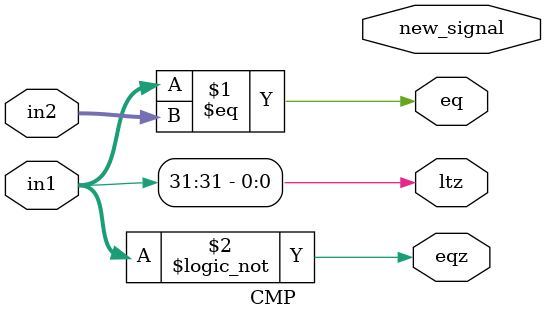
<source format=v>
`timescale 1ns / 1ps
module CMP(
        input [31:0]    in1, in2,

        output          eq, eqz, ltz, new_signal
    );

    assign eq   = (in1 == in2);
	assign eqz  = (in1 == 0);
	assign ltz  = in1[31];


endmodule

</source>
